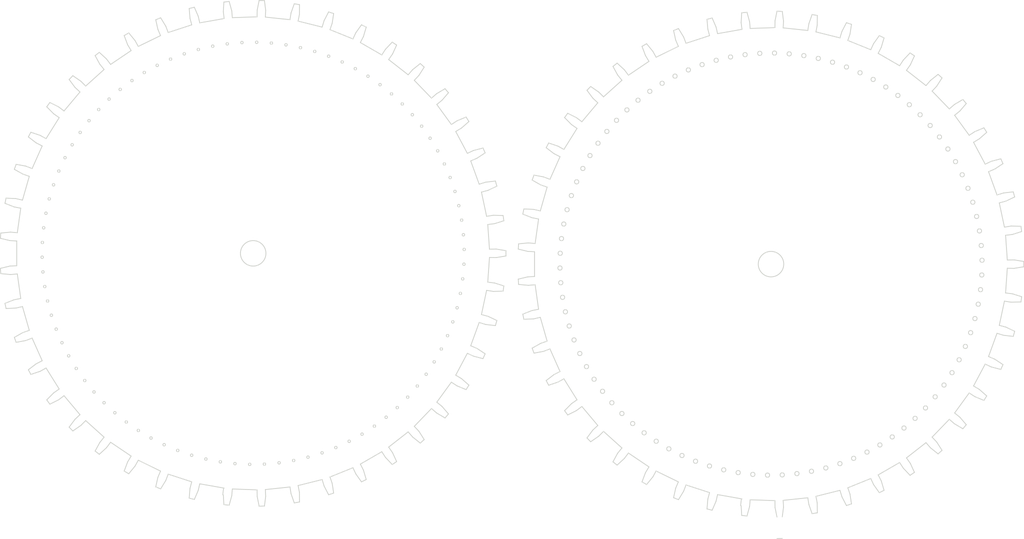
<source format=kicad_pcb>
(kicad_pcb (version 4) (host pcbnew 4.0.7)

  (general
    (links 0)
    (no_connects 0)
    (area 62.815986 71.370349 183.386214 131.016851)
    (thickness 1.6)
    (drawings 722)
    (tracks 0)
    (zones 0)
    (modules 0)
    (nets 1)
  )

  (page A4)
  (layers
    (0 F.Cu signal)
    (31 B.Cu signal)
    (32 B.Adhes user)
    (33 F.Adhes user)
    (34 B.Paste user hide)
    (35 F.Paste user)
    (36 B.SilkS user)
    (37 F.SilkS user)
    (38 B.Mask user)
    (39 F.Mask user)
    (40 Dwgs.User user)
    (41 Cmts.User user)
    (42 Eco1.User user)
    (43 Eco2.User user)
    (44 Edge.Cuts user)
    (45 Margin user)
    (46 B.CrtYd user)
    (47 F.CrtYd user)
    (48 B.Fab user)
    (49 F.Fab user)
  )

  (setup
    (last_trace_width 0.25)
    (trace_clearance 0.2)
    (zone_clearance 0.508)
    (zone_45_only no)
    (trace_min 0.2)
    (segment_width 0.2)
    (edge_width 0.15)
    (via_size 0.6)
    (via_drill 0.4)
    (via_min_size 0.4)
    (via_min_drill 0.3)
    (uvia_size 0.3)
    (uvia_drill 0.1)
    (uvias_allowed no)
    (uvia_min_size 0.2)
    (uvia_min_drill 0.1)
    (pcb_text_width 0.3)
    (pcb_text_size 1.5 1.5)
    (mod_edge_width 0.15)
    (mod_text_size 1 1)
    (mod_text_width 0.15)
    (pad_size 1.524 1.524)
    (pad_drill 0.762)
    (pad_to_mask_clearance 0.2)
    (aux_axis_origin 0 0)
    (grid_origin 62.23 130.81)
    (visible_elements 7FFFFFFF)
    (pcbplotparams
      (layerselection 0x01000_80000001)
      (usegerberextensions true)
      (excludeedgelayer true)
      (linewidth 0.020000)
      (plotframeref false)
      (viasonmask false)
      (mode 1)
      (useauxorigin false)
      (hpglpennumber 1)
      (hpglpenspeed 20)
      (hpglpendiameter 15)
      (hpglpenoverlay 2)
      (psnegative false)
      (psa4output false)
      (plotreference false)
      (plotvalue false)
      (plotinvisibletext false)
      (padsonsilk false)
      (subtractmaskfromsilk false)
      (outputformat 1)
      (mirror false)
      (drillshape 0)
      (scaleselection 1)
      (outputdirectory ""))
  )

  (net 0 "")

  (net_class Default "Dies ist die voreingestellte Netzklasse."
    (clearance 0.2)
    (trace_width 0.25)
    (via_dia 0.6)
    (via_drill 0.4)
    (uvia_dia 0.3)
    (uvia_drill 0.1)
  )

  (gr_circle (center 130.392136 110.1193) (end 130.642136 110.1193) (layer Edge.Cuts) (width 0.1))
  (gr_line (start 162.622115 127.524289) (end 165.32471 126.43237) (layer Edge.Cuts) (width 0.1))
  (gr_circle (center 129.825997 108.479977) (end 130.075997 108.479977) (layer Edge.Cuts) (width 0.1))
  (gr_circle (center 129.375592 106.805155) (end 129.625592 106.805155) (layer Edge.Cuts) (width 0.1))
  (gr_line (start 176.569376 82.289979) (end 176.16842 81.812139) (layer Edge.Cuts) (width 0.1))
  (gr_circle (center 129.043113 105.102995) (end 129.293113 105.102995) (layer Edge.Cuts) (width 0.1))
  (gr_circle (center 128.83018 103.381788) (end 129.08018 103.381788) (layer Edge.Cuts) (width 0.1))
  (gr_circle (center 128.737832 101.649921) (end 128.987832 101.649921) (layer Edge.Cuts) (width 0.1))
  (gr_line (start 143.575938 75.195346) (end 143.289244 74.448482) (layer Edge.Cuts) (width 0.1))
  (gr_circle (center 147.128203 77.198677) (end 147.378203 77.198677) (layer Edge.Cuts) (width 0.1))
  (gr_circle (center 148.817723 76.806997) (end 149.067723 76.806997) (layer Edge.Cuts) (width 0.1))
  (gr_line (start 180.454708 93.98606) (end 181.227449 93.779005) (layer Edge.Cuts) (width 0.1))
  (gr_circle (center 150.53045 76.534125) (end 150.78045 76.534125) (layer Edge.Cuts) (width 0.1))
  (gr_circle (center 152.258039 76.381391) (end 152.508039 76.381391) (layer Edge.Cuts) (width 0.1))
  (gr_line (start 175.176526 119.988326) (end 176.16842 120.575061) (layer Edge.Cuts) (width 0.1))
  (gr_circle (center 153.992074 76.349541) (end 154.242074 76.349541) (layer Edge.Cuts) (width 0.1))
  (gr_circle (center 153.581108 101.193142) (end 155.081108 101.193142) (layer Edge.Cuts) (width 0.1))
  (gr_line (start 128.499709 115.082395) (end 129.199405 114.694546) (layer Edge.Cuts) (width 0.1))
  (gr_circle (center 165.607548 79.450538) (end 165.857548 79.450538) (layer Edge.Cuts) (width 0.1))
  (gr_line (start 127.407501 115.450082) (end 128.499709 115.082395) (layer Edge.Cuts) (width 0.1))
  (gr_line (start 127.114656 114.89932) (end 127.407501 115.450082) (layer Edge.Cuts) (width 0.1))
  (gr_circle (center 129.185843 96.474744) (end 129.435843 96.474744) (layer Edge.Cuts) (width 0.1))
  (gr_line (start 128.030238 114.199447) (end 127.114656 114.89932) (layer Edge.Cuts) (width 0.1))
  (gr_line (start 128.743043 113.836255) (end 128.030238 114.199447) (layer Edge.Cuts) (width 0.1))
  (gr_line (start 126.810606 111.460109) (end 127.55747 111.173414) (layer Edge.Cuts) (width 0.1))
  (gr_line (start 125.677855 111.672212) (end 126.810606 111.460109) (layer Edge.Cuts) (width 0.1))
  (gr_circle (center 132.271001 88.415656) (end 132.521001 88.415656) (layer Edge.Cuts) (width 0.1))
  (gr_line (start 125.464511 111.086054) (end 125.677855 111.672212) (layer Edge.Cuts) (width 0.1))
  (gr_line (start 126.468586 110.520417) (end 125.464511 111.086054) (layer Edge.Cuts) (width 0.1))
  (gr_line (start 127.225001 110.259963) (end 126.468586 110.520417) (layer Edge.Cuts) (width 0.1))
  (gr_line (start 126.421561 107.458036) (end 127.225001 110.259963) (layer Edge.Cuts) (width 0.1))
  (gr_line (start 125.642066 107.637998) (end 126.421561 107.458036) (layer Edge.Cuts) (width 0.1))
  (gr_line (start 124.49082 107.690388) (end 125.642066 107.637998) (layer Edge.Cuts) (width 0.1))
  (gr_circle (center 172.905465 116.812982) (end 173.155465 116.812982) (layer Edge.Cuts) (width 0.1))
  (gr_line (start 124.361129 107.080243) (end 124.49082 107.690388) (layer Edge.Cuts) (width 0.1))
  (gr_line (start 125.434154 106.65985) (end 124.361129 107.080243) (layer Edge.Cuts) (width 0.1))
  (gr_line (start 126.219456 106.507204) (end 125.434154 106.65985) (layer Edge.Cuts) (width 0.1))
  (gr_circle (center 129.574439 94.784511) (end 129.824439 94.784511) (layer Edge.Cuts) (width 0.1))
  (gr_line (start 165.662804 75.229784) (end 165.32471 75.95483) (layer Edge.Cuts) (width 0.1))
  (gr_line (start 125.813788 103.620728) (end 126.219456 106.507204) (layer Edge.Cuts) (width 0.1))
  (gr_line (start 125.016832 103.690453) (end 125.813788 103.620728) (layer Edge.Cuts) (width 0.1))
  (gr_line (start 123.825987 102.959855) (end 123.869499 103.582111) (layer Edge.Cuts) (width 0.1))
  (gr_line (start 124.947076 102.692889) (end 123.825987 102.959855) (layer Edge.Cuts) (width 0.1))
  (gr_line (start 125.74598 102.651021) (end 124.947076 102.692889) (layer Edge.Cuts) (width 0.1))
  (gr_line (start 125.74598 99.736179) (end 125.74598 102.651021) (layer Edge.Cuts) (width 0.1))
  (gr_line (start 124.947076 99.694311) (end 125.74598 99.736179) (layer Edge.Cuts) (width 0.1))
  (gr_line (start 123.825987 99.427345) (end 124.947076 99.694311) (layer Edge.Cuts) (width 0.1))
  (gr_line (start 123.869499 98.805089) (end 123.825987 99.427345) (layer Edge.Cuts) (width 0.1))
  (gr_circle (center 134.84337 117.512107) (end 135.09337 117.512107) (layer Edge.Cuts) (width 0.1))
  (gr_line (start 125.016832 98.696747) (end 123.869499 98.805089) (layer Edge.Cuts) (width 0.1))
  (gr_line (start 125.813788 98.766472) (end 125.016832 98.696747) (layer Edge.Cuts) (width 0.1))
  (gr_line (start 126.219456 95.879996) (end 125.813788 98.766472) (layer Edge.Cuts) (width 0.1))
  (gr_line (start 125.434154 95.72735) (end 126.219456 95.879996) (layer Edge.Cuts) (width 0.1))
  (gr_circle (center 130.079993 93.125504) (end 130.329993 93.125504) (layer Edge.Cuts) (width 0.1))
  (gr_line (start 124.361129 95.306957) (end 125.434154 95.72735) (layer Edge.Cuts) (width 0.1))
  (gr_line (start 124.49082 94.696812) (end 124.361129 95.306957) (layer Edge.Cuts) (width 0.1))
  (gr_circle (center 174.407573 87.641691) (end 174.657573 87.641691) (layer Edge.Cuts) (width 0.1))
  (gr_line (start 126.421561 94.929164) (end 125.642066 94.749202) (layer Edge.Cuts) (width 0.1))
  (gr_line (start 127.225001 92.127237) (end 126.421561 94.929164) (layer Edge.Cuts) (width 0.1))
  (gr_line (start 126.468586 91.866783) (end 127.225001 92.127237) (layer Edge.Cuts) (width 0.1))
  (gr_line (start 125.464511 91.301146) (end 126.468586 91.866783) (layer Edge.Cuts) (width 0.1))
  (gr_line (start 125.677855 90.714988) (end 125.464511 91.301146) (layer Edge.Cuts) (width 0.1))
  (gr_line (start 126.810606 90.927091) (end 125.677855 90.714988) (layer Edge.Cuts) (width 0.1))
  (gr_circle (center 140.76428 79.90686) (end 141.01428 79.90686) (layer Edge.Cuts) (width 0.1))
  (gr_line (start 127.55747 91.213786) (end 126.810606 90.927091) (layer Edge.Cuts) (width 0.1))
  (gr_line (start 173.714533 79.271064) (end 173.250977 78.853676) (layer Edge.Cuts) (width 0.1))
  (gr_line (start 173.250977 78.853676) (end 172.350394 79.572746) (layer Edge.Cuts) (width 0.1))
  (gr_line (start 172.350394 79.572746) (end 171.825547 80.176515) (layer Edge.Cuts) (width 0.1))
  (gr_line (start 178.111753 86.438868) (end 178.976284 85.676832) (layer Edge.Cuts) (width 0.1))
  (gr_circle (center 130.700043 91.505803) (end 130.950043 91.505803) (layer Edge.Cuts) (width 0.1))
  (gr_line (start 166.330298 128.096865) (end 166.890944 127.82342) (layer Edge.Cuts) (width 0.1))
  (gr_circle (center 163.310646 124.056936) (end 163.560646 124.056936) (layer Edge.Cuts) (width 0.1))
  (gr_line (start 178.976284 85.676832) (end 178.645733 85.14784) (layer Edge.Cuts) (width 0.1))
  (gr_line (start 178.645733 85.14784) (end 177.581834 85.59082) (layer Edge.Cuts) (width 0.1))
  (gr_line (start 166.561598 126.719045) (end 166.198405 126.00624) (layer Edge.Cuts) (width 0.1))
  (gr_line (start 177.581834 85.59082) (end 176.910898 86.026531) (layer Edge.Cuts) (width 0.1))
  (gr_line (start 166.198405 126.00624) (end 168.722733 124.548819) (layer Edge.Cuts) (width 0.1))
  (gr_line (start 176.910898 86.026531) (end 175.197597 83.668374) (layer Edge.Cuts) (width 0.1))
  (gr_line (start 168.722733 124.548819) (end 169.158444 125.219756) (layer Edge.Cuts) (width 0.1))
  (gr_line (start 175.197597 83.668374) (end 175.819314 83.164919) (layer Edge.Cuts) (width 0.1))
  (gr_line (start 169.158444 125.219756) (end 169.950187 126.057165) (layer Edge.Cuts) (width 0.1))
  (gr_line (start 175.819314 83.164919) (end 176.569376 82.289979) (layer Edge.Cuts) (width 0.1))
  (gr_line (start 169.950187 126.057165) (end 170.467321 125.708354) (layer Edge.Cuts) (width 0.1))
  (gr_circle (center 131.431567 89.9333) (end 131.681567 89.9333) (layer Edge.Cuts) (width 0.1))
  (gr_line (start 150.097006 128.825948) (end 149.99951 129.619985) (layer Edge.Cuts) (width 0.1))
  (gr_line (start 170.467321 125.708354) (end 169.987481 124.660563) (layer Edge.Cuts) (width 0.1))
  (gr_line (start 176.16842 81.812139) (end 175.176526 82.398874) (layer Edge.Cuts) (width 0.1))
  (gr_line (start 169.52862 124.005242) (end 171.825547 122.210685) (layer Edge.Cuts) (width 0.1))
  (gr_line (start 174.572759 82.923722) (end 172.547939 80.82696) (layer Edge.Cuts) (width 0.1))
  (gr_circle (center 178.33202 99.005412) (end 178.58202 99.005412) (layer Edge.Cuts) (width 0.1))
  (gr_line (start 171.825547 122.210685) (end 172.350394 122.814454) (layer Edge.Cuts) (width 0.1))
  (gr_line (start 172.547939 80.82696) (end 173.093538 80.241877) (layer Edge.Cuts) (width 0.1))
  (gr_line (start 172.350394 122.814454) (end 173.250977 123.533524) (layer Edge.Cuts) (width 0.1))
  (gr_line (start 173.093538 80.241877) (end 173.714533 79.271064) (layer Edge.Cuts) (width 0.1))
  (gr_line (start 173.250977 123.533524) (end 173.714533 123.116136) (layer Edge.Cuts) (width 0.1))
  (gr_line (start 169.52862 78.381958) (end 169.987481 77.726637) (layer Edge.Cuts) (width 0.1))
  (gr_line (start 169.987481 77.726637) (end 170.467321 76.678846) (layer Edge.Cuts) (width 0.1))
  (gr_line (start 176.16842 120.575061) (end 176.569376 120.097221) (layer Edge.Cuts) (width 0.1))
  (gr_line (start 170.467321 76.678846) (end 169.950187 76.330035) (layer Edge.Cuts) (width 0.1))
  (gr_line (start 175.819314 119.222281) (end 175.197597 118.718826) (layer Edge.Cuts) (width 0.1))
  (gr_circle (center 151.438093 125.948472) (end 151.688093 125.948472) (layer Edge.Cuts) (width 0.1))
  (gr_line (start 169.158444 77.167444) (end 168.722733 77.838381) (layer Edge.Cuts) (width 0.1))
  (gr_line (start 175.197597 118.718826) (end 176.910898 116.360669) (layer Edge.Cuts) (width 0.1))
  (gr_line (start 168.722733 77.838381) (end 166.198405 76.38096) (layer Edge.Cuts) (width 0.1))
  (gr_line (start 176.910898 116.360669) (end 177.581834 116.79638) (layer Edge.Cuts) (width 0.1))
  (gr_line (start 166.198405 76.38096) (end 166.561598 75.668155) (layer Edge.Cuts) (width 0.1))
  (gr_circle (center 155.724107 76.438728) (end 155.974107 76.438728) (layer Edge.Cuts) (width 0.1))
  (gr_line (start 177.581834 116.79638) (end 178.645733 117.23936) (layer Edge.Cuts) (width 0.1))
  (gr_circle (center 159.148464 76.977889) (end 159.398464 76.977889) (layer Edge.Cuts) (width 0.1))
  (gr_line (start 166.561598 75.668155) (end 166.890944 74.56378) (layer Edge.Cuts) (width 0.1))
  (gr_line (start 178.645733 117.23936) (end 178.976284 116.710368) (layer Edge.Cuts) (width 0.1))
  (gr_line (start 166.890944 74.56378) (end 166.330298 74.290335) (layer Edge.Cuts) (width 0.1))
  (gr_circle (center 133.214255 86.960265) (end 133.464255 86.960265) (layer Edge.Cuts) (width 0.1))
  (gr_line (start 178.976284 116.710368) (end 178.111753 115.948332) (layer Edge.Cuts) (width 0.1))
  (gr_line (start 166.330298 74.290335) (end 165.662804 75.229784) (layer Edge.Cuts) (width 0.1))
  (gr_line (start 177.426019 115.536302) (end 178.794455 112.962649) (layer Edge.Cuts) (width 0.1))
  (gr_line (start 155.013177 73.383876) (end 155.055046 72.584973) (layer Edge.Cuts) (width 0.1))
  (gr_line (start 181.850889 105.675142) (end 183.002985 105.647098) (layer Edge.Cuts) (width 0.1))
  (gr_line (start 155.055046 72.584973) (end 154.906729 71.442119) (layer Edge.Cuts) (width 0.1))
  (gr_line (start 183.002985 105.647098) (end 183.089798 105.029393) (layer Edge.Cuts) (width 0.1))
  (gr_line (start 151.128627 73.451678) (end 151.058903 72.654722) (layer Edge.Cuts) (width 0.1))
  (gr_circle (center 176.462157 110.881397) (end 176.712157 110.881397) (layer Edge.Cuts) (width 0.1))
  (gr_line (start 154.283333 71.42035) (end 154.055655 72.550073) (layer Edge.Cuts) (width 0.1))
  (gr_line (start 181.990062 104.684874) (end 181.196025 104.58738) (layer Edge.Cuts) (width 0.1))
  (gr_line (start 150.752975 71.543632) (end 150.132616 71.608835) (layer Edge.Cuts) (width 0.1))
  (gr_line (start 154.055655 72.550073) (end 154.041694 73.349951) (layer Edge.Cuts) (width 0.1))
  (gr_line (start 138.39535 126.828332) (end 138.935555 127.14022) (layer Edge.Cuts) (width 0.1))
  (gr_line (start 138.935555 127.14022) (end 139.666956 126.249621) (layer Edge.Cuts) (width 0.1))
  (gr_line (start 139.666956 126.249621) (end 140.054803 125.549925) (layer Edge.Cuts) (width 0.1))
  (gr_line (start 140.054803 125.549925) (end 142.674646 126.827708) (layer Edge.Cuts) (width 0.1))
  (gr_circle (center 146.338095 124.961963) (end 146.588095 124.961963) (layer Edge.Cuts) (width 0.1))
  (gr_line (start 142.674646 126.827708) (end 142.36206 127.564112) (layer Edge.Cuts) (width 0.1))
  (gr_line (start 142.36206 127.564112) (end 142.110554 128.68877) (layer Edge.Cuts) (width 0.1))
  (gr_line (start 142.110554 128.68877) (end 142.688909 128.922441) (layer Edge.Cuts) (width 0.1))
  (gr_line (start 142.688909 128.922441) (end 143.289244 127.938718) (layer Edge.Cuts) (width 0.1))
  (gr_line (start 143.289244 127.938718) (end 143.575938 127.191854) (layer Edge.Cuts) (width 0.1))
  (gr_line (start 143.575938 127.191854) (end 146.348118 128.09259) (layer Edge.Cuts) (width 0.1))
  (gr_circle (center 164.061533 78.664581) (end 164.311533 78.664581) (layer Edge.Cuts) (width 0.1))
  (gr_circle (center 143.851554 78.330264) (end 144.101554 78.330264) (layer Edge.Cuts) (width 0.1))
  (gr_line (start 146.348118 128.09259) (end 146.141062 128.86533) (layer Edge.Cuts) (width 0.1))
  (gr_line (start 146.141062 128.86533) (end 146.048526 130.014046) (layer Edge.Cuts) (width 0.1))
  (gr_line (start 146.048526 130.014046) (end 146.653773 130.164951) (layer Edge.Cuts) (width 0.1))
  (gr_line (start 147.111358 129.107252) (end 147.291318 128.327756) (layer Edge.Cuts) (width 0.1))
  (gr_line (start 147.291318 128.327756) (end 150.161877 128.833913) (layer Edge.Cuts) (width 0.1))
  (gr_line (start 150.064381 129.62795) (end 150.132616 130.778365) (layer Edge.Cuts) (width 0.1))
  (gr_line (start 150.132616 130.778365) (end 150.752975 130.843568) (layer Edge.Cuts) (width 0.1))
  (gr_line (start 150.752975 130.843568) (end 151.058903 129.732478) (layer Edge.Cuts) (width 0.1))
  (gr_line (start 151.058903 129.732478) (end 151.128627 128.935522) (layer Edge.Cuts) (width 0.1))
  (gr_line (start 151.128627 128.935522) (end 154.041694 129.037249) (layer Edge.Cuts) (width 0.1))
  (gr_line (start 154.041694 129.037249) (end 154.055655 129.837127) (layer Edge.Cuts) (width 0.1))
  (gr_circle (center 173.947945 115.426935) (end 174.197945 115.426935) (layer Edge.Cuts) (width 0.1))
  (gr_line (start 154.055655 129.837127) (end 154.283333 130.96685) (layer Edge.Cuts) (width 0.1))
  (gr_circle (center 145.470121 77.707259) (end 145.720121 77.707259) (layer Edge.Cuts) (width 0.1))
  (gr_line (start 132.350058 80.281968) (end 131.916746 80.730675) (layer Edge.Cuts) (width 0.1))
  (gr_line (start 154.283333 133.50685) (end 154.906729 133.485081) (layer Edge.Cuts) (width 0.1))
  (gr_line (start 165.32471 75.95483) (end 162.622115 74.862911) (layer Edge.Cuts) (width 0.1))
  (gr_line (start 179.519501 113.300744) (end 180.634697 113.591347) (layer Edge.Cuts) (width 0.1))
  (gr_line (start 166.890944 127.82342) (end 166.561598 126.719045) (layer Edge.Cuts) (width 0.1))
  (gr_circle (center 177.976357 105.912456) (end 178.226357 105.912456) (layer Edge.Cuts) (width 0.1))
  (gr_line (start 162.882571 74.106496) (end 163.055012 72.967033) (layer Edge.Cuts) (width 0.1))
  (gr_circle (center 136.618596 83.036793) (end 136.868596 83.036793) (layer Edge.Cuts) (width 0.1))
  (gr_line (start 180.888409 113.0215) (end 179.926237 112.387199) (layer Edge.Cuts) (width 0.1))
  (gr_line (start 161.931514 73.797479) (end 161.697617 74.562523) (layer Edge.Cuts) (width 0.1))
  (gr_line (start 180.186768 109.335559) (end 180.951812 109.569457) (layer Edge.Cuts) (width 0.1))
  (gr_line (start 161.697617 74.562523) (end 158.869358 73.857359) (layer Edge.Cuts) (width 0.1))
  (gr_circle (center 135.393361 84.264266) (end 135.643361 84.264266) (layer Edge.Cuts) (width 0.1))
  (gr_line (start 180.951812 109.569457) (end 182.096599 109.702026) (layer Edge.Cuts) (width 0.1))
  (gr_line (start 158.869358 73.857359) (end 159.022006 73.072058) (layer Edge.Cuts) (width 0.1))
  (gr_line (start 182.096599 109.702026) (end 182.268535 109.102414) (layer Edge.Cuts) (width 0.1))
  (gr_line (start 159.022006 73.072058) (end 159.034186 71.919684) (layer Edge.Cuts) (width 0.1))
  (gr_line (start 134.975224 77.918258) (end 135.526985 78.930024) (layer Edge.Cuts) (width 0.1))
  (gr_line (start 171.825547 80.176515) (end 169.52862 78.381958) (layer Edge.Cuts) (width 0.1))
  (gr_line (start 150.132616 71.608835) (end 150.064381 72.75925) (layer Edge.Cuts) (width 0.1))
  (gr_circle (center 134.256735 85.574218) (end 134.506735 85.574218) (layer Edge.Cuts) (width 0.1))
  (gr_line (start 181.196025 104.58738) (end 181.399354 101.679637) (layer Edge.Cuts) (width 0.1))
  (gr_line (start 175.176526 82.398874) (end 174.572759 82.923722) (layer Edge.Cuts) (width 0.1))
  (gr_circle (center 157.4457 76.648518) (end 157.6957 76.648518) (layer Edge.Cuts) (width 0.1))
  (gr_line (start 182.268535 109.102414) (end 181.227449 108.608195) (layer Edge.Cuts) (width 0.1))
  (gr_line (start 151.058903 72.654722) (end 150.752975 71.543632) (layer Edge.Cuts) (width 0.1))
  (gr_circle (center 140.067228 122.044774) (end 140.317228 122.044774) (layer Edge.Cuts) (width 0.1))
  (gr_line (start 161.931514 128.589721) (end 162.461766 129.612924) (layer Edge.Cuts) (width 0.1))
  (gr_circle (center 136.027336 118.779434) (end 136.277336 118.779434) (layer Edge.Cuts) (width 0.1))
  (gr_line (start 131.315407 84.434302) (end 130.676499 83.952849) (layer Edge.Cuts) (width 0.1))
  (gr_line (start 158.419887 71.811367) (end 158.037198 72.898409) (layer Edge.Cuts) (width 0.1))
  (gr_circle (center 177.336203 93.907223) (end 177.586203 93.907223) (layer Edge.Cuts) (width 0.1))
  (gr_line (start 181.060738 105.549994) (end 181.850889 105.675142) (layer Edge.Cuts) (width 0.1))
  (gr_line (start 129.279446 118.44582) (end 129.646093 118.950466) (layer Edge.Cuts) (width 0.1))
  (gr_line (start 173.714533 123.116136) (end 173.093538 122.145323) (layer Edge.Cuts) (width 0.1))
  (gr_line (start 129.199405 114.694546) (end 130.744036 117.166473) (layer Edge.Cuts) (width 0.1))
  (gr_line (start 174.572759 119.463478) (end 175.176526 119.988326) (layer Edge.Cuts) (width 0.1))
  (gr_line (start 130.088714 117.625334) (end 129.279446 118.44582) (layer Edge.Cuts) (width 0.1))
  (gr_line (start 173.093538 122.145323) (end 172.547939 121.56024) (layer Edge.Cuts) (width 0.1))
  (gr_line (start 162.622115 74.862911) (end 162.882571 74.106496) (layer Edge.Cuts) (width 0.1))
  (gr_line (start 165.662804 127.157416) (end 166.330298 128.096865) (layer Edge.Cuts) (width 0.1))
  (gr_line (start 129.646093 118.950466) (end 130.676499 118.434351) (layer Edge.Cuts) (width 0.1))
  (gr_line (start 178.794455 89.424551) (end 177.426019 86.850898) (layer Edge.Cuts) (width 0.1))
  (gr_line (start 159.034186 71.919684) (end 158.419887 71.811367) (layer Edge.Cuts) (width 0.1))
  (gr_line (start 150.064381 72.75925) (end 150.161877 73.553287) (layer Edge.Cuts) (width 0.1))
  (gr_circle (center 169.865378 82.426116) (end 170.115378 82.426116) (layer Edge.Cuts) (width 0.1))
  (gr_line (start 169.950187 76.330035) (end 169.158444 77.167444) (layer Edge.Cuts) (width 0.1))
  (gr_line (start 146.141062 73.52187) (end 146.348118 74.29461) (layer Edge.Cuts) (width 0.1))
  (gr_line (start 181.990062 97.702326) (end 183.089798 97.357807) (layer Edge.Cuts) (width 0.1))
  (gr_line (start 157.912051 73.68856) (end 155.013177 73.383876) (layer Edge.Cuts) (width 0.1))
  (gr_line (start 183.089798 105.029393) (end 181.990062 104.684874) (layer Edge.Cuts) (width 0.1))
  (gr_line (start 169.987481 124.660563) (end 169.52862 124.005242) (layer Edge.Cuts) (width 0.1))
  (gr_circle (center 177.587761 107.602689) (end 177.837761 107.602689) (layer Edge.Cuts) (width 0.1))
  (gr_line (start 178.794455 112.962649) (end 179.519501 113.300744) (layer Edge.Cuts) (width 0.1))
  (gr_circle (center 176.090952 90.672062) (end 176.340952 90.672062) (layer Edge.Cuts) (width 0.1))
  (gr_line (start 180.454708 108.40114) (end 181.060738 105.549994) (layer Edge.Cuts) (width 0.1))
  (gr_circle (center 162.464458 77.988382) (end 162.714458 77.988382) (layer Edge.Cuts) (width 0.1))
  (gr_line (start 133.864292 81.502151) (end 133.298607 80.936465) (layer Edge.Cuts) (width 0.1))
  (gr_line (start 154.041694 73.349951) (end 151.128627 73.451678) (layer Edge.Cuts) (width 0.1))
  (gr_line (start 176.569376 120.097221) (end 175.819314 119.222281) (layer Edge.Cuts) (width 0.1))
  (gr_circle (center 177.082207 109.261696) (end 177.332207 109.261696) (layer Edge.Cuts) (width 0.1))
  (gr_line (start 146.348118 74.29461) (end 143.575938 75.195346) (layer Edge.Cuts) (width 0.1))
  (gr_line (start 181.196025 97.79982) (end 181.990062 97.702326) (layer Edge.Cuts) (width 0.1))
  (gr_line (start 142.688909 73.464759) (end 142.110554 73.69843) (layer Edge.Cuts) (width 0.1))
  (gr_circle (center 128.766518 99.915831) (end 129.016518 99.915831) (layer Edge.Cuts) (width 0.1))
  (gr_line (start 183.336213 100.881712) (end 182.199232 100.6936) (layer Edge.Cuts) (width 0.1))
  (gr_line (start 179.189833 112.074615) (end 180.186768 109.335559) (layer Edge.Cuts) (width 0.1))
  (gr_circle (center 160.824105 77.425237) (end 161.074105 77.425237) (layer Edge.Cuts) (width 0.1))
  (gr_line (start 130.744036 117.166473) (end 130.088714 117.625334) (layer Edge.Cuts) (width 0.1))
  (gr_line (start 172.547939 121.56024) (end 174.572759 119.463478) (layer Edge.Cuts) (width 0.1))
  (gr_line (start 162.461766 72.774276) (end 161.931514 73.797479) (layer Edge.Cuts) (width 0.1))
  (gr_line (start 146.653773 130.164951) (end 147.111358 129.107252) (layer Edge.Cuts) (width 0.1))
  (gr_circle (center 172.31883 84.875093) (end 172.56883 84.875093) (layer Edge.Cuts) (width 0.1))
  (gr_circle (center 170.543604 119.350407) (end 170.793604 119.350407) (layer Edge.Cuts) (width 0.1))
  (gr_line (start 177.426019 86.850898) (end 178.111753 86.438868) (layer Edge.Cuts) (width 0.1))
  (gr_circle (center 175.302174 89.127485) (end 175.552174 89.127485) (layer Edge.Cuts) (width 0.1))
  (gr_circle (center 176.770064 92.2679) (end 177.020064 92.2679) (layer Edge.Cuts) (width 0.1))
  (gr_line (start 129.279446 83.94138) (end 130.088714 84.761866) (layer Edge.Cuts) (width 0.1))
  (gr_line (start 154.906729 71.442119) (end 154.283333 71.42035) (layer Edge.Cuts) (width 0.1))
  (gr_circle (center 177.786608 95.582045) (end 178.036608 95.582045) (layer Edge.Cuts) (width 0.1))
  (gr_line (start 181.399354 100.707563) (end 181.196025 97.79982) (layer Edge.Cuts) (width 0.1))
  (gr_line (start 130.676499 118.434351) (end 131.315407 117.952898) (layer Edge.Cuts) (width 0.1))
  (gr_circle (center 144.697742 124.398818) (end 144.947742 124.398818) (layer Edge.Cuts) (width 0.1))
  (gr_line (start 179.519501 89.086456) (end 178.794455 89.424551) (layer Edge.Cuts) (width 0.1))
  (gr_line (start 179.926237 112.387199) (end 179.189833 112.074615) (layer Edge.Cuts) (width 0.1))
  (gr_circle (center 178.119087 97.284205) (end 178.369087 97.284205) (layer Edge.Cuts) (width 0.1))
  (gr_line (start 127.55747 111.173414) (end 128.743043 113.836255) (layer Edge.Cuts) (width 0.1))
  (gr_circle (center 178.424368 100.737279) (end 178.674368 100.737279) (layer Edge.Cuts) (width 0.1))
  (gr_line (start 123.869499 103.582111) (end 125.016832 103.690453) (layer Edge.Cuts) (width 0.1))
  (gr_circle (center 178.395682 102.471369) (end 178.645682 102.471369) (layer Edge.Cuts) (width 0.1))
  (gr_line (start 132.603948 81.655805) (end 133.189032 82.201403) (layer Edge.Cuts) (width 0.1))
  (gr_line (start 125.642066 94.749202) (end 124.49082 94.696812) (layer Edge.Cuts) (width 0.1))
  (gr_circle (center 178.246103 104.199234) (end 178.496103 104.199234) (layer Edge.Cuts) (width 0.1))
  (gr_line (start 147.291318 74.059444) (end 147.111358 73.279948) (layer Edge.Cuts) (width 0.1))
  (gr_line (start 163.055012 72.967033) (end 162.461766 72.774276) (layer Edge.Cuts) (width 0.1))
  (gr_circle (center 169.235729 120.489423) (end 169.485729 120.489423) (layer Edge.Cuts) (width 0.1))
  (gr_line (start 178.111753 115.948332) (end 177.426019 115.536302) (layer Edge.Cuts) (width 0.1))
  (gr_circle (center 171.134864 83.607766) (end 171.384864 83.607766) (layer Edge.Cuts) (width 0.1))
  (gr_line (start 138.80093 125.749621) (end 138.39535 126.828332) (layer Edge.Cuts) (width 0.1))
  (gr_line (start 133.189032 120.185797) (end 132.603948 120.731395) (layer Edge.Cuts) (width 0.1))
  (gr_line (start 180.888409 89.3657) (end 180.634697 88.795853) (layer Edge.Cuts) (width 0.1))
  (gr_line (start 165.32471 126.43237) (end 165.662804 127.157416) (layer Edge.Cuts) (width 0.1))
  (gr_line (start 158.037198 72.898409) (end 157.912051 73.68856) (layer Edge.Cuts) (width 0.1))
  (gr_circle (center 175.730633 112.4539) (end 175.980633 112.4539) (layer Edge.Cuts) (width 0.1))
  (gr_line (start 181.227449 108.608195) (end 180.454708 108.40114) (layer Edge.Cuts) (width 0.1))
  (gr_circle (center 174.891199 113.971544) (end 175.141199 113.971544) (layer Edge.Cuts) (width 0.1))
  (gr_line (start 142.36206 74.823088) (end 142.674646 75.559492) (layer Edge.Cuts) (width 0.1))
  (gr_line (start 182.199232 101.6936) (end 183.336213 101.505488) (layer Edge.Cuts) (width 0.1))
  (gr_line (start 180.634697 113.591347) (end 180.888409 113.0215) (layer Edge.Cuts) (width 0.1))
  (gr_line (start 128.743043 88.550945) (end 127.55747 91.213786) (layer Edge.Cuts) (width 0.1))
  (gr_line (start 128.030238 88.187753) (end 128.743043 88.550945) (layer Edge.Cuts) (width 0.1))
  (gr_line (start 127.114656 87.48788) (end 128.030238 88.187753) (layer Edge.Cuts) (width 0.1))
  (gr_circle (center 131.860026 113.259715) (end 132.110026 113.259715) (layer Edge.Cuts) (width 0.1))
  (gr_line (start 127.407501 86.937118) (end 127.114656 87.48788) (layer Edge.Cuts) (width 0.1))
  (gr_circle (center 137.926471 81.897777) (end 138.176471 81.897777) (layer Edge.Cuts) (width 0.1))
  (gr_line (start 128.499709 87.304805) (end 127.407501 86.937118) (layer Edge.Cuts) (width 0.1))
  (gr_line (start 129.199405 87.692654) (end 128.499709 87.304805) (layer Edge.Cuts) (width 0.1))
  (gr_line (start 130.744036 85.220727) (end 129.199405 87.692654) (layer Edge.Cuts) (width 0.1))
  (gr_circle (center 167.094972 80.342426) (end 167.344972 80.342426) (layer Edge.Cuts) (width 0.1))
  (gr_line (start 130.088714 84.761866) (end 130.744036 85.220727) (layer Edge.Cuts) (width 0.1))
  (gr_line (start 129.646093 83.436734) (end 129.279446 83.94138) (layer Edge.Cuts) (width 0.1))
  (gr_line (start 130.676499 83.952849) (end 129.646093 83.436734) (layer Edge.Cuts) (width 0.1))
  (gr_line (start 133.189032 82.201403) (end 131.315407 84.434302) (layer Edge.Cuts) (width 0.1))
  (gr_line (start 131.916746 80.730675) (end 132.603948 81.655805) (layer Edge.Cuts) (width 0.1))
  (gr_line (start 133.298607 80.936465) (end 132.350058 80.281968) (layer Edge.Cuts) (width 0.1))
  (gr_circle (center 139.310613 80.852769) (end 139.560613 80.852769) (layer Edge.Cuts) (width 0.1))
  (gr_line (start 136.030442 79.55174) (end 133.864292 81.502151) (layer Edge.Cuts) (width 0.1))
  (gr_line (start 135.526985 78.930024) (end 136.030442 79.55174) (layer Edge.Cuts) (width 0.1))
  (gr_circle (center 171.768839 118.122934) (end 172.018839 118.122934) (layer Edge.Cuts) (width 0.1))
  (gr_line (start 135.466766 77.534223) (end 134.975224 77.918258) (layer Edge.Cuts) (width 0.1))
  (gr_circle (center 168.516557 81.335898) (end 168.766557 81.335898) (layer Edge.Cuts) (width 0.1))
  (gr_line (start 136.314996 78.314363) (end 135.466766 77.534223) (layer Edge.Cuts) (width 0.1))
  (gr_circle (center 158.344477 125.580203) (end 158.594477 125.580203) (layer Edge.Cuts) (width 0.1))
  (gr_line (start 136.796447 78.953272) (end 136.314996 78.314363) (layer Edge.Cuts) (width 0.1))
  (gr_line (start 139.212961 77.323312) (end 136.796447 78.953272) (layer Edge.Cuts) (width 0.1))
  (gr_line (start 138.80093 76.637579) (end 139.212961 77.323312) (layer Edge.Cuts) (width 0.1))
  (gr_line (start 138.39535 75.558868) (end 138.80093 76.637579) (layer Edge.Cuts) (width 0.1))
  (gr_line (start 162.461766 129.612924) (end 163.055012 129.420167) (layer Edge.Cuts) (width 0.1))
  (gr_line (start 138.935555 75.24698) (end 138.39535 75.558868) (layer Edge.Cuts) (width 0.1))
  (gr_line (start 163.055012 129.420167) (end 162.882571 128.280704) (layer Edge.Cuts) (width 0.1))
  (gr_line (start 139.666956 76.137579) (end 138.935555 75.24698) (layer Edge.Cuts) (width 0.1))
  (gr_line (start 162.882571 128.280704) (end 162.622115 127.524289) (layer Edge.Cuts) (width 0.1))
  (gr_line (start 140.054803 76.837275) (end 139.666956 76.137579) (layer Edge.Cuts) (width 0.1))
  (gr_line (start 142.674646 75.559492) (end 140.054803 76.837275) (layer Edge.Cuts) (width 0.1))
  (gr_line (start 181.399354 101.679637) (end 182.199232 101.6936) (layer Edge.Cuts) (width 0.1))
  (gr_line (start 142.110554 73.69843) (end 142.36206 74.823088) (layer Edge.Cuts) (width 0.1))
  (gr_line (start 133.864292 120.885049) (end 136.030442 122.83546) (layer Edge.Cuts) (width 0.1))
  (gr_line (start 136.796447 123.433928) (end 139.212961 125.063888) (layer Edge.Cuts) (width 0.1))
  (gr_line (start 183.336213 101.505488) (end 183.336213 100.881712) (layer Edge.Cuts) (width 0.1))
  (gr_line (start 143.289244 74.448482) (end 142.688909 73.464759) (layer Edge.Cuts) (width 0.1))
  (gr_line (start 182.199232 100.6936) (end 181.399354 100.707563) (layer Edge.Cuts) (width 0.1))
  (gr_line (start 146.048526 72.373154) (end 146.141062 73.52187) (layer Edge.Cuts) (width 0.1))
  (gr_line (start 183.089798 97.357807) (end 183.002985 96.740102) (layer Edge.Cuts) (width 0.1))
  (gr_line (start 146.653773 72.222249) (end 146.048526 72.373154) (layer Edge.Cuts) (width 0.1))
  (gr_line (start 183.002985 96.740102) (end 181.850889 96.712058) (layer Edge.Cuts) (width 0.1))
  (gr_line (start 147.111358 73.279948) (end 146.653773 72.222249) (layer Edge.Cuts) (width 0.1))
  (gr_line (start 181.850889 96.712058) (end 181.060738 96.837206) (layer Edge.Cuts) (width 0.1))
  (gr_line (start 181.060738 96.837206) (end 180.454708 93.98606) (layer Edge.Cuts) (width 0.1))
  (gr_line (start 150.161877 73.553287) (end 147.291318 74.059444) (layer Edge.Cuts) (width 0.1))
  (gr_line (start 136.030442 122.83546) (end 135.526985 123.457176) (layer Edge.Cuts) (width 0.1))
  (gr_line (start 181.227449 93.779005) (end 182.268535 93.284786) (layer Edge.Cuts) (width 0.1))
  (gr_line (start 135.526985 123.457176) (end 134.975224 124.468942) (layer Edge.Cuts) (width 0.1))
  (gr_line (start 182.268535 93.284786) (end 182.096599 92.685174) (layer Edge.Cuts) (width 0.1))
  (gr_line (start 134.975224 124.468942) (end 135.466766 124.852977) (layer Edge.Cuts) (width 0.1))
  (gr_line (start 182.096599 92.685174) (end 180.951812 92.817743) (layer Edge.Cuts) (width 0.1))
  (gr_line (start 135.466766 124.852977) (end 136.314996 124.072837) (layer Edge.Cuts) (width 0.1))
  (gr_line (start 133.298607 121.450735) (end 133.864292 120.885049) (layer Edge.Cuts) (width 0.1))
  (gr_line (start 180.951812 92.817743) (end 180.186768 93.051641) (layer Edge.Cuts) (width 0.1))
  (gr_circle (center 142.280389 79.064657) (end 142.530389 79.064657) (layer Edge.Cuts) (width 0.1))
  (gr_line (start 136.314996 124.072837) (end 136.796447 123.433928) (layer Edge.Cuts) (width 0.1))
  (gr_circle (center 128.916097 98.187966) (end 129.166097 98.187966) (layer Edge.Cuts) (width 0.1))
  (gr_line (start 132.350058 122.105232) (end 133.298607 121.450735) (layer Edge.Cuts) (width 0.1))
  (gr_line (start 180.186768 93.051641) (end 179.189833 90.312585) (layer Edge.Cuts) (width 0.1))
  (gr_line (start 131.916746 121.656525) (end 132.350058 122.105232) (layer Edge.Cuts) (width 0.1))
  (gr_line (start 179.189833 90.312585) (end 179.926237 90.000001) (layer Edge.Cuts) (width 0.1))
  (gr_circle (center 154.904161 126.005809) (end 155.154161 126.005809) (layer Edge.Cuts) (width 0.1))
  (gr_line (start 139.212961 125.063888) (end 138.80093 125.749621) (layer Edge.Cuts) (width 0.1))
  (gr_line (start 132.603948 120.731395) (end 131.916746 121.656525) (layer Edge.Cuts) (width 0.1))
  (gr_line (start 179.926237 90.000001) (end 180.888409 89.3657) (layer Edge.Cuts) (width 0.1))
  (gr_circle (center 173.411507 86.221922) (end 173.661507 86.221922) (layer Edge.Cuts) (width 0.1))
  (gr_line (start 155.013177 129.003324) (end 157.912051 128.69864) (layer Edge.Cuts) (width 0.1))
  (gr_line (start 157.912051 128.69864) (end 158.037198 129.488791) (layer Edge.Cuts) (width 0.1))
  (gr_line (start 158.037198 129.488791) (end 158.419887 130.575833) (layer Edge.Cuts) (width 0.1))
  (gr_line (start 158.419887 130.575833) (end 159.034186 130.467516) (layer Edge.Cuts) (width 0.1))
  (gr_line (start 159.034186 130.467516) (end 159.022006 129.315142) (layer Edge.Cuts) (width 0.1))
  (gr_line (start 159.022006 129.315142) (end 158.869358 128.529841) (layer Edge.Cuts) (width 0.1))
  (gr_line (start 158.869358 128.529841) (end 161.697617 127.824677) (layer Edge.Cuts) (width 0.1))
  (gr_line (start 161.697617 127.824677) (end 161.931514 128.589721) (layer Edge.Cuts) (width 0.1))
  (gr_line (start 131.315407 117.952898) (end 133.189032 120.185797) (layer Edge.Cuts) (width 0.1))
  (gr_line (start 180.634697 88.795853) (end 179.519501 89.086456) (layer Edge.Cuts) (width 0.1))
  (gr_line (start 155.055046 129.802227) (end 155.013177 129.003324) (layer Edge.Cuts) (width 0.1))
  (gr_circle (center 131.071248 111.715138) (end 131.321248 111.715138) (layer Edge.Cuts) (width 0.1))
  (gr_line (start 154.906729 130.945081) (end 155.055046 129.802227) (layer Edge.Cuts) (width 0.1))
  (gr_circle (center 132.754627 114.745509) (end 133.004627 114.745509) (layer Edge.Cuts) (width 0.1))
  (gr_circle (center 133.750693 116.165278) (end 134.000693 116.165278) (layer Edge.Cuts) (width 0.1))
  (gr_circle (center 137.296822 119.961084) (end 137.546822 119.961084) (layer Edge.Cuts) (width 0.1))
  (gr_circle (center 138.645643 121.051302) (end 138.895643 121.051302) (layer Edge.Cuts) (width 0.1))
  (gr_circle (center 141.554652 122.936662) (end 141.804652 122.936662) (layer Edge.Cuts) (width 0.1))
  (gr_circle (center 143.100667 123.722619) (end 143.350667 123.722619) (layer Edge.Cuts) (width 0.1))
  (gr_circle (center 148.013736 125.409311) (end 148.263736 125.409311) (layer Edge.Cuts) (width 0.1))
  (gr_circle (center 149.7165 125.738682) (end 149.9665 125.738682) (layer Edge.Cuts) (width 0.1))
  (gr_circle (center 153.170126 126.037659) (end 153.420126 126.037659) (layer Edge.Cuts) (width 0.1))
  (gr_circle (center 156.63175 125.853075) (end 156.88175 125.853075) (layer Edge.Cuts) (width 0.1))
  (gr_circle (center 160.033997 125.188523) (end 160.283997 125.188523) (layer Edge.Cuts) (width 0.1))
  (gr_circle (center 161.692079 124.679941) (end 161.942079 124.679941) (layer Edge.Cuts) (width 0.1))
  (gr_circle (center 164.881811 123.322543) (end 165.131811 123.322543) (layer Edge.Cuts) (width 0.1))
  (gr_circle (center 166.39792 122.48034) (end 166.64792 122.48034) (layer Edge.Cuts) (width 0.1))
  (gr_circle (center 167.851587 121.534431) (end 168.101587 121.534431) (layer Edge.Cuts) (width 0.1))
  (gr_circle (center 69.432136 108.8493) (end 69.582136 108.8493) (layer Edge.Cuts) (width 0.1))
  (gr_line (start 101.662115 126.254289) (end 104.36471 125.16237) (layer Edge.Cuts) (width 0.1))
  (gr_circle (center 68.865997 107.209977) (end 69.015997 107.209977) (layer Edge.Cuts) (width 0.1))
  (gr_circle (center 68.415592 105.535155) (end 68.565592 105.535155) (layer Edge.Cuts) (width 0.1))
  (gr_line (start 115.609376 81.019979) (end 115.20842 80.542139) (layer Edge.Cuts) (width 0.1))
  (gr_circle (center 68.083113 103.832995) (end 68.233113 103.832995) (layer Edge.Cuts) (width 0.1))
  (gr_circle (center 67.87018 102.111788) (end 68.02018 102.111788) (layer Edge.Cuts) (width 0.1))
  (gr_circle (center 67.777832 100.379921) (end 67.927832 100.379921) (layer Edge.Cuts) (width 0.1))
  (gr_line (start 82.615938 73.925346) (end 82.329244 73.178482) (layer Edge.Cuts) (width 0.1))
  (gr_circle (center 86.168203 75.928677) (end 86.318203 75.928677) (layer Edge.Cuts) (width 0.1))
  (gr_circle (center 87.857723 75.536997) (end 88.007723 75.536997) (layer Edge.Cuts) (width 0.1))
  (gr_line (start 119.494708 92.71606) (end 120.267449 92.509005) (layer Edge.Cuts) (width 0.1))
  (gr_circle (center 89.57045 75.264125) (end 89.72045 75.264125) (layer Edge.Cuts) (width 0.1))
  (gr_circle (center 91.298039 75.111391) (end 91.448039 75.111391) (layer Edge.Cuts) (width 0.1))
  (gr_line (start 114.216526 118.718326) (end 115.20842 119.305061) (layer Edge.Cuts) (width 0.1))
  (gr_circle (center 93.032074 75.079541) (end 93.182074 75.079541) (layer Edge.Cuts) (width 0.1))
  (gr_circle (center 92.6211 99.9236) (end 94.1211 99.9236) (layer Edge.Cuts) (width 0.1))
  (gr_line (start 67.539709 113.812395) (end 68.239405 113.424546) (layer Edge.Cuts) (width 0.1))
  (gr_circle (center 104.647548 78.180538) (end 104.797548 78.180538) (layer Edge.Cuts) (width 0.1))
  (gr_line (start 66.447501 114.180082) (end 67.539709 113.812395) (layer Edge.Cuts) (width 0.1))
  (gr_line (start 66.154656 113.62932) (end 66.447501 114.180082) (layer Edge.Cuts) (width 0.1))
  (gr_circle (center 68.225843 95.204744) (end 68.375843 95.204744) (layer Edge.Cuts) (width 0.1))
  (gr_line (start 67.070238 112.929447) (end 66.154656 113.62932) (layer Edge.Cuts) (width 0.1))
  (gr_line (start 67.783043 112.566255) (end 67.070238 112.929447) (layer Edge.Cuts) (width 0.1))
  (gr_line (start 65.850606 110.190109) (end 66.59747 109.903414) (layer Edge.Cuts) (width 0.1))
  (gr_line (start 64.717855 110.402212) (end 65.850606 110.190109) (layer Edge.Cuts) (width 0.1))
  (gr_circle (center 71.311001 87.145656) (end 71.461001 87.145656) (layer Edge.Cuts) (width 0.1))
  (gr_line (start 64.504511 109.816054) (end 64.717855 110.402212) (layer Edge.Cuts) (width 0.1))
  (gr_line (start 65.508586 109.250417) (end 64.504511 109.816054) (layer Edge.Cuts) (width 0.1))
  (gr_line (start 66.265001 108.989963) (end 65.508586 109.250417) (layer Edge.Cuts) (width 0.1))
  (gr_line (start 65.461561 106.188036) (end 66.265001 108.989963) (layer Edge.Cuts) (width 0.1))
  (gr_line (start 64.682066 106.367998) (end 65.461561 106.188036) (layer Edge.Cuts) (width 0.1))
  (gr_line (start 63.53082 106.420388) (end 64.682066 106.367998) (layer Edge.Cuts) (width 0.1))
  (gr_circle (center 111.945465 115.542982) (end 112.095465 115.542982) (layer Edge.Cuts) (width 0.1))
  (gr_line (start 63.401129 105.810243) (end 63.53082 106.420388) (layer Edge.Cuts) (width 0.1))
  (gr_line (start 64.474154 105.38985) (end 63.401129 105.810243) (layer Edge.Cuts) (width 0.1))
  (gr_line (start 65.259456 105.237204) (end 64.474154 105.38985) (layer Edge.Cuts) (width 0.1))
  (gr_circle (center 68.614439 93.514511) (end 68.764439 93.514511) (layer Edge.Cuts) (width 0.1))
  (gr_line (start 104.702804 73.959784) (end 104.36471 74.68483) (layer Edge.Cuts) (width 0.1))
  (gr_line (start 64.853788 102.350728) (end 65.259456 105.237204) (layer Edge.Cuts) (width 0.1))
  (gr_line (start 64.056832 102.420453) (end 64.853788 102.350728) (layer Edge.Cuts) (width 0.1))
  (gr_line (start 62.865987 101.689855) (end 62.909499 102.312111) (layer Edge.Cuts) (width 0.1))
  (gr_line (start 63.987076 101.422889) (end 62.865987 101.689855) (layer Edge.Cuts) (width 0.1))
  (gr_line (start 64.78598 101.381021) (end 63.987076 101.422889) (layer Edge.Cuts) (width 0.1))
  (gr_line (start 64.78598 98.466179) (end 64.78598 101.381021) (layer Edge.Cuts) (width 0.1))
  (gr_line (start 63.987076 98.424311) (end 64.78598 98.466179) (layer Edge.Cuts) (width 0.1))
  (gr_line (start 62.865987 98.157345) (end 63.987076 98.424311) (layer Edge.Cuts) (width 0.1))
  (gr_line (start 62.909499 97.535089) (end 62.865987 98.157345) (layer Edge.Cuts) (width 0.1))
  (gr_circle (center 73.88337 116.242107) (end 74.03337 116.242107) (layer Edge.Cuts) (width 0.1))
  (gr_line (start 64.056832 97.426747) (end 62.909499 97.535089) (layer Edge.Cuts) (width 0.1))
  (gr_line (start 64.853788 97.496472) (end 64.056832 97.426747) (layer Edge.Cuts) (width 0.1))
  (gr_line (start 65.259456 94.609996) (end 64.853788 97.496472) (layer Edge.Cuts) (width 0.1))
  (gr_line (start 64.474154 94.45735) (end 65.259456 94.609996) (layer Edge.Cuts) (width 0.1))
  (gr_circle (center 69.119993 91.855504) (end 69.269993 91.855504) (layer Edge.Cuts) (width 0.1))
  (gr_line (start 63.401129 94.036957) (end 64.474154 94.45735) (layer Edge.Cuts) (width 0.1))
  (gr_line (start 63.53082 93.426812) (end 63.401129 94.036957) (layer Edge.Cuts) (width 0.1))
  (gr_circle (center 113.447573 86.371691) (end 113.597573 86.371691) (layer Edge.Cuts) (width 0.1))
  (gr_line (start 65.461561 93.659164) (end 64.682066 93.479202) (layer Edge.Cuts) (width 0.1))
  (gr_line (start 66.265001 90.857237) (end 65.461561 93.659164) (layer Edge.Cuts) (width 0.1))
  (gr_line (start 65.508586 90.596783) (end 66.265001 90.857237) (layer Edge.Cuts) (width 0.1))
  (gr_line (start 64.504511 90.031146) (end 65.508586 90.596783) (layer Edge.Cuts) (width 0.1))
  (gr_line (start 64.717855 89.444988) (end 64.504511 90.031146) (layer Edge.Cuts) (width 0.1))
  (gr_line (start 65.850606 89.657091) (end 64.717855 89.444988) (layer Edge.Cuts) (width 0.1))
  (gr_circle (center 79.80428 78.63686) (end 79.95428 78.63686) (layer Edge.Cuts) (width 0.1))
  (gr_line (start 66.59747 89.943786) (end 65.850606 89.657091) (layer Edge.Cuts) (width 0.1))
  (gr_line (start 112.754533 78.001064) (end 112.290977 77.583676) (layer Edge.Cuts) (width 0.1))
  (gr_line (start 112.290977 77.583676) (end 111.390394 78.302746) (layer Edge.Cuts) (width 0.1))
  (gr_line (start 111.390394 78.302746) (end 110.865547 78.906515) (layer Edge.Cuts) (width 0.1))
  (gr_line (start 117.151753 85.168868) (end 118.016284 84.406832) (layer Edge.Cuts) (width 0.1))
  (gr_circle (center 69.740043 90.235803) (end 69.890043 90.235803) (layer Edge.Cuts) (width 0.1))
  (gr_line (start 105.370298 126.826865) (end 105.930944 126.55342) (layer Edge.Cuts) (width 0.1))
  (gr_circle (center 102.350646 122.786936) (end 102.500646 122.786936) (layer Edge.Cuts) (width 0.1))
  (gr_line (start 118.016284 84.406832) (end 117.685733 83.87784) (layer Edge.Cuts) (width 0.1))
  (gr_line (start 117.685733 83.87784) (end 116.621834 84.32082) (layer Edge.Cuts) (width 0.1))
  (gr_line (start 105.601598 125.449045) (end 105.238405 124.73624) (layer Edge.Cuts) (width 0.1))
  (gr_line (start 116.621834 84.32082) (end 115.950898 84.756531) (layer Edge.Cuts) (width 0.1))
  (gr_line (start 105.238405 124.73624) (end 107.762733 123.278819) (layer Edge.Cuts) (width 0.1))
  (gr_line (start 115.950898 84.756531) (end 114.237597 82.398374) (layer Edge.Cuts) (width 0.1))
  (gr_line (start 107.762733 123.278819) (end 108.198444 123.949756) (layer Edge.Cuts) (width 0.1))
  (gr_line (start 114.237597 82.398374) (end 114.859314 81.894919) (layer Edge.Cuts) (width 0.1))
  (gr_line (start 108.198444 123.949756) (end 108.990187 124.787165) (layer Edge.Cuts) (width 0.1))
  (gr_line (start 114.859314 81.894919) (end 115.609376 81.019979) (layer Edge.Cuts) (width 0.1))
  (gr_line (start 108.990187 124.787165) (end 109.507321 124.438354) (layer Edge.Cuts) (width 0.1))
  (gr_circle (center 70.471567 88.6633) (end 70.621567 88.6633) (layer Edge.Cuts) (width 0.1))
  (gr_line (start 89.137006 127.555948) (end 89.03951 128.349985) (layer Edge.Cuts) (width 0.1))
  (gr_line (start 109.507321 124.438354) (end 109.027481 123.390563) (layer Edge.Cuts) (width 0.1))
  (gr_line (start 115.20842 80.542139) (end 114.216526 81.128874) (layer Edge.Cuts) (width 0.1))
  (gr_line (start 108.56862 122.735242) (end 110.865547 120.940685) (layer Edge.Cuts) (width 0.1))
  (gr_line (start 113.612759 81.653722) (end 111.587939 79.55696) (layer Edge.Cuts) (width 0.1))
  (gr_circle (center 117.37202 97.735412) (end 117.52202 97.735412) (layer Edge.Cuts) (width 0.1))
  (gr_line (start 110.865547 120.940685) (end 111.390394 121.544454) (layer Edge.Cuts) (width 0.1))
  (gr_line (start 111.587939 79.55696) (end 112.133538 78.971877) (layer Edge.Cuts) (width 0.1))
  (gr_line (start 111.390394 121.544454) (end 112.290977 122.263524) (layer Edge.Cuts) (width 0.1))
  (gr_line (start 112.133538 78.971877) (end 112.754533 78.001064) (layer Edge.Cuts) (width 0.1))
  (gr_line (start 112.290977 122.263524) (end 112.754533 121.846136) (layer Edge.Cuts) (width 0.1))
  (gr_line (start 108.56862 77.111958) (end 109.027481 76.456637) (layer Edge.Cuts) (width 0.1))
  (gr_line (start 109.027481 76.456637) (end 109.507321 75.408846) (layer Edge.Cuts) (width 0.1))
  (gr_line (start 115.20842 119.305061) (end 115.609376 118.827221) (layer Edge.Cuts) (width 0.1))
  (gr_line (start 109.507321 75.408846) (end 108.990187 75.060035) (layer Edge.Cuts) (width 0.1))
  (gr_line (start 114.859314 117.952281) (end 114.237597 117.448826) (layer Edge.Cuts) (width 0.1))
  (gr_circle (center 90.478093 124.678472) (end 90.628093 124.678472) (layer Edge.Cuts) (width 0.1))
  (gr_line (start 108.198444 75.897444) (end 107.762733 76.568381) (layer Edge.Cuts) (width 0.1))
  (gr_line (start 114.237597 117.448826) (end 115.950898 115.090669) (layer Edge.Cuts) (width 0.1))
  (gr_line (start 107.762733 76.568381) (end 105.238405 75.11096) (layer Edge.Cuts) (width 0.1))
  (gr_line (start 115.950898 115.090669) (end 116.621834 115.52638) (layer Edge.Cuts) (width 0.1))
  (gr_line (start 105.238405 75.11096) (end 105.601598 74.398155) (layer Edge.Cuts) (width 0.1))
  (gr_circle (center 94.764107 75.168728) (end 94.914107 75.168728) (layer Edge.Cuts) (width 0.1))
  (gr_line (start 116.621834 115.52638) (end 117.685733 115.96936) (layer Edge.Cuts) (width 0.1))
  (gr_circle (center 98.188464 75.707889) (end 98.338464 75.707889) (layer Edge.Cuts) (width 0.1))
  (gr_line (start 105.601598 74.398155) (end 105.930944 73.29378) (layer Edge.Cuts) (width 0.1))
  (gr_line (start 117.685733 115.96936) (end 118.016284 115.440368) (layer Edge.Cuts) (width 0.1))
  (gr_line (start 105.930944 73.29378) (end 105.370298 73.020335) (layer Edge.Cuts) (width 0.1))
  (gr_circle (center 72.254255 85.690265) (end 72.404255 85.690265) (layer Edge.Cuts) (width 0.1))
  (gr_line (start 118.016284 115.440368) (end 117.151753 114.678332) (layer Edge.Cuts) (width 0.1))
  (gr_line (start 105.370298 73.020335) (end 104.702804 73.959784) (layer Edge.Cuts) (width 0.1))
  (gr_line (start 116.466019 114.266302) (end 117.834455 111.692649) (layer Edge.Cuts) (width 0.1))
  (gr_line (start 94.053177 72.113876) (end 94.095046 71.314973) (layer Edge.Cuts) (width 0.1))
  (gr_line (start 120.890889 104.405142) (end 122.042985 104.377098) (layer Edge.Cuts) (width 0.1))
  (gr_line (start 94.095046 71.314973) (end 93.946729 70.172119) (layer Edge.Cuts) (width 0.1))
  (gr_line (start 122.042985 104.377098) (end 122.129798 103.759393) (layer Edge.Cuts) (width 0.1))
  (gr_line (start 90.168627 72.181678) (end 90.098903 71.384722) (layer Edge.Cuts) (width 0.1))
  (gr_circle (center 115.502157 109.611397) (end 115.652157 109.611397) (layer Edge.Cuts) (width 0.1))
  (gr_line (start 93.323333 70.15035) (end 93.095655 71.280073) (layer Edge.Cuts) (width 0.1))
  (gr_line (start 121.030062 103.414874) (end 120.236025 103.31738) (layer Edge.Cuts) (width 0.1))
  (gr_line (start 89.792975 70.273632) (end 89.172616 70.338835) (layer Edge.Cuts) (width 0.1))
  (gr_line (start 93.095655 71.280073) (end 93.081694 72.079951) (layer Edge.Cuts) (width 0.1))
  (gr_line (start 77.43535 125.558332) (end 77.975555 125.87022) (layer Edge.Cuts) (width 0.1))
  (gr_line (start 77.975555 125.87022) (end 78.706956 124.979621) (layer Edge.Cuts) (width 0.1))
  (gr_line (start 78.706956 124.979621) (end 79.094803 124.279925) (layer Edge.Cuts) (width 0.1))
  (gr_line (start 79.094803 124.279925) (end 81.714646 125.557708) (layer Edge.Cuts) (width 0.1))
  (gr_circle (center 85.378095 123.691963) (end 85.528095 123.691963) (layer Edge.Cuts) (width 0.1))
  (gr_line (start 81.714646 125.557708) (end 81.40206 126.294112) (layer Edge.Cuts) (width 0.1))
  (gr_line (start 81.40206 126.294112) (end 81.150554 127.41877) (layer Edge.Cuts) (width 0.1))
  (gr_line (start 81.150554 127.41877) (end 81.728909 127.652441) (layer Edge.Cuts) (width 0.1))
  (gr_line (start 81.728909 127.652441) (end 82.329244 126.668718) (layer Edge.Cuts) (width 0.1))
  (gr_line (start 82.329244 126.668718) (end 82.615938 125.921854) (layer Edge.Cuts) (width 0.1))
  (gr_line (start 82.615938 125.921854) (end 85.388118 126.82259) (layer Edge.Cuts) (width 0.1))
  (gr_circle (center 103.101533 77.394581) (end 103.251533 77.394581) (layer Edge.Cuts) (width 0.1))
  (gr_circle (center 82.891554 77.060264) (end 83.041554 77.060264) (layer Edge.Cuts) (width 0.1))
  (gr_line (start 85.388118 126.82259) (end 85.181062 127.59533) (layer Edge.Cuts) (width 0.1))
  (gr_line (start 85.181062 127.59533) (end 85.088526 128.744046) (layer Edge.Cuts) (width 0.1))
  (gr_line (start 85.088526 128.744046) (end 85.693773 128.894951) (layer Edge.Cuts) (width 0.1))
  (gr_line (start 86.151358 127.837252) (end 86.331318 127.057756) (layer Edge.Cuts) (width 0.1))
  (gr_line (start 86.331318 127.057756) (end 89.201877 127.563913) (layer Edge.Cuts) (width 0.1))
  (gr_line (start 89.104381 128.35795) (end 89.172616 129.508365) (layer Edge.Cuts) (width 0.1))
  (gr_line (start 89.172616 129.508365) (end 89.792975 129.573568) (layer Edge.Cuts) (width 0.1))
  (gr_line (start 89.792975 129.573568) (end 90.098903 128.462478) (layer Edge.Cuts) (width 0.1))
  (gr_line (start 90.098903 128.462478) (end 90.168627 127.665522) (layer Edge.Cuts) (width 0.1))
  (gr_line (start 90.168627 127.665522) (end 93.081694 127.767249) (layer Edge.Cuts) (width 0.1))
  (gr_line (start 93.081694 127.767249) (end 93.095655 128.567127) (layer Edge.Cuts) (width 0.1))
  (gr_circle (center 112.987945 114.156935) (end 113.137945 114.156935) (layer Edge.Cuts) (width 0.1))
  (gr_line (start 93.095655 128.567127) (end 93.323333 129.69685) (layer Edge.Cuts) (width 0.1))
  (gr_circle (center 84.510121 76.437259) (end 84.660121 76.437259) (layer Edge.Cuts) (width 0.1))
  (gr_line (start 71.390058 79.011968) (end 70.956746 79.460675) (layer Edge.Cuts) (width 0.1))
  (gr_line (start 93.323333 129.69685) (end 93.946729 129.675081) (layer Edge.Cuts) (width 0.1))
  (gr_line (start 104.36471 74.68483) (end 101.662115 73.592911) (layer Edge.Cuts) (width 0.1))
  (gr_line (start 118.559501 112.030744) (end 119.674697 112.321347) (layer Edge.Cuts) (width 0.1))
  (gr_line (start 105.930944 126.55342) (end 105.601598 125.449045) (layer Edge.Cuts) (width 0.1))
  (gr_circle (center 117.016357 104.642456) (end 117.166357 104.642456) (layer Edge.Cuts) (width 0.1))
  (gr_line (start 101.922571 72.836496) (end 102.095012 71.697033) (layer Edge.Cuts) (width 0.1))
  (gr_circle (center 75.658596 81.766793) (end 75.808596 81.766793) (layer Edge.Cuts) (width 0.1))
  (gr_line (start 119.928409 111.7515) (end 118.966237 111.117199) (layer Edge.Cuts) (width 0.1))
  (gr_line (start 100.971514 72.527479) (end 100.737617 73.292523) (layer Edge.Cuts) (width 0.1))
  (gr_line (start 119.226768 108.065559) (end 119.991812 108.299457) (layer Edge.Cuts) (width 0.1))
  (gr_line (start 100.737617 73.292523) (end 97.909358 72.587359) (layer Edge.Cuts) (width 0.1))
  (gr_circle (center 74.433361 82.994266) (end 74.583361 82.994266) (layer Edge.Cuts) (width 0.1))
  (gr_line (start 119.991812 108.299457) (end 121.136599 108.432026) (layer Edge.Cuts) (width 0.1))
  (gr_line (start 97.909358 72.587359) (end 98.062006 71.802058) (layer Edge.Cuts) (width 0.1))
  (gr_line (start 121.136599 108.432026) (end 121.308535 107.832414) (layer Edge.Cuts) (width 0.1))
  (gr_line (start 98.062006 71.802058) (end 98.074186 70.649684) (layer Edge.Cuts) (width 0.1))
  (gr_line (start 74.015224 76.648258) (end 74.566985 77.660024) (layer Edge.Cuts) (width 0.1))
  (gr_line (start 110.865547 78.906515) (end 108.56862 77.111958) (layer Edge.Cuts) (width 0.1))
  (gr_line (start 89.172616 70.338835) (end 89.104381 71.48925) (layer Edge.Cuts) (width 0.1))
  (gr_circle (center 73.296735 84.304218) (end 73.446735 84.304218) (layer Edge.Cuts) (width 0.1))
  (gr_line (start 120.236025 103.31738) (end 120.439354 100.409637) (layer Edge.Cuts) (width 0.1))
  (gr_line (start 114.216526 81.128874) (end 113.612759 81.653722) (layer Edge.Cuts) (width 0.1))
  (gr_circle (center 96.4857 75.378518) (end 96.6357 75.378518) (layer Edge.Cuts) (width 0.1))
  (gr_line (start 121.308535 107.832414) (end 120.267449 107.338195) (layer Edge.Cuts) (width 0.1))
  (gr_line (start 90.098903 71.384722) (end 89.792975 70.273632) (layer Edge.Cuts) (width 0.1))
  (gr_circle (center 79.107228 120.774774) (end 79.257228 120.774774) (layer Edge.Cuts) (width 0.1))
  (gr_line (start 100.971514 127.319721) (end 101.501766 128.342924) (layer Edge.Cuts) (width 0.1))
  (gr_circle (center 75.067336 117.509434) (end 75.217336 117.509434) (layer Edge.Cuts) (width 0.1))
  (gr_line (start 70.355407 83.164302) (end 69.716499 82.682849) (layer Edge.Cuts) (width 0.1))
  (gr_line (start 97.459887 70.541367) (end 97.077198 71.628409) (layer Edge.Cuts) (width 0.1))
  (gr_circle (center 116.376203 92.637223) (end 116.526203 92.637223) (layer Edge.Cuts) (width 0.1))
  (gr_line (start 120.100738 104.279994) (end 120.890889 104.405142) (layer Edge.Cuts) (width 0.1))
  (gr_line (start 68.319446 117.17582) (end 68.686093 117.680466) (layer Edge.Cuts) (width 0.1))
  (gr_line (start 112.754533 121.846136) (end 112.133538 120.875323) (layer Edge.Cuts) (width 0.1))
  (gr_line (start 68.239405 113.424546) (end 69.784036 115.896473) (layer Edge.Cuts) (width 0.1))
  (gr_line (start 113.612759 118.193478) (end 114.216526 118.718326) (layer Edge.Cuts) (width 0.1))
  (gr_line (start 69.128714 116.355334) (end 68.319446 117.17582) (layer Edge.Cuts) (width 0.1))
  (gr_line (start 112.133538 120.875323) (end 111.587939 120.29024) (layer Edge.Cuts) (width 0.1))
  (gr_line (start 101.662115 73.592911) (end 101.922571 72.836496) (layer Edge.Cuts) (width 0.1))
  (gr_line (start 104.702804 125.887416) (end 105.370298 126.826865) (layer Edge.Cuts) (width 0.1))
  (gr_line (start 68.686093 117.680466) (end 69.716499 117.164351) (layer Edge.Cuts) (width 0.1))
  (gr_line (start 117.834455 88.154551) (end 116.466019 85.580898) (layer Edge.Cuts) (width 0.1))
  (gr_line (start 98.074186 70.649684) (end 97.459887 70.541367) (layer Edge.Cuts) (width 0.1))
  (gr_line (start 89.104381 71.48925) (end 89.201877 72.283287) (layer Edge.Cuts) (width 0.1))
  (gr_circle (center 108.905378 81.156116) (end 109.055378 81.156116) (layer Edge.Cuts) (width 0.1))
  (gr_line (start 108.990187 75.060035) (end 108.198444 75.897444) (layer Edge.Cuts) (width 0.1))
  (gr_line (start 85.181062 72.25187) (end 85.388118 73.02461) (layer Edge.Cuts) (width 0.1))
  (gr_line (start 121.030062 96.432326) (end 122.129798 96.087807) (layer Edge.Cuts) (width 0.1))
  (gr_line (start 96.952051 72.41856) (end 94.053177 72.113876) (layer Edge.Cuts) (width 0.1))
  (gr_line (start 122.129798 103.759393) (end 121.030062 103.414874) (layer Edge.Cuts) (width 0.1))
  (gr_line (start 109.027481 123.390563) (end 108.56862 122.735242) (layer Edge.Cuts) (width 0.1))
  (gr_circle (center 116.627761 106.332689) (end 116.777761 106.332689) (layer Edge.Cuts) (width 0.1))
  (gr_line (start 117.834455 111.692649) (end 118.559501 112.030744) (layer Edge.Cuts) (width 0.1))
  (gr_circle (center 115.130952 89.402062) (end 115.280952 89.402062) (layer Edge.Cuts) (width 0.1))
  (gr_line (start 119.494708 107.13114) (end 120.100738 104.279994) (layer Edge.Cuts) (width 0.1))
  (gr_circle (center 101.504458 76.718382) (end 101.654458 76.718382) (layer Edge.Cuts) (width 0.1))
  (gr_line (start 72.904292 80.232151) (end 72.338607 79.666465) (layer Edge.Cuts) (width 0.1))
  (gr_line (start 93.081694 72.079951) (end 90.168627 72.181678) (layer Edge.Cuts) (width 0.1))
  (gr_line (start 115.609376 118.827221) (end 114.859314 117.952281) (layer Edge.Cuts) (width 0.1))
  (gr_circle (center 116.122207 107.991696) (end 116.272207 107.991696) (layer Edge.Cuts) (width 0.1))
  (gr_line (start 85.388118 73.02461) (end 82.615938 73.925346) (layer Edge.Cuts) (width 0.1))
  (gr_line (start 120.236025 96.52982) (end 121.030062 96.432326) (layer Edge.Cuts) (width 0.1))
  (gr_line (start 81.728909 72.194759) (end 81.150554 72.42843) (layer Edge.Cuts) (width 0.1))
  (gr_circle (center 67.806518 98.645831) (end 67.956518 98.645831) (layer Edge.Cuts) (width 0.1))
  (gr_line (start 122.376213 99.611712) (end 121.239232 99.4236) (layer Edge.Cuts) (width 0.1))
  (gr_line (start 118.229833 110.804615) (end 119.226768 108.065559) (layer Edge.Cuts) (width 0.1))
  (gr_circle (center 99.864105 76.155237) (end 100.014105 76.155237) (layer Edge.Cuts) (width 0.1))
  (gr_line (start 69.784036 115.896473) (end 69.128714 116.355334) (layer Edge.Cuts) (width 0.1))
  (gr_line (start 111.587939 120.29024) (end 113.612759 118.193478) (layer Edge.Cuts) (width 0.1))
  (gr_line (start 101.501766 71.504276) (end 100.971514 72.527479) (layer Edge.Cuts) (width 0.1))
  (gr_line (start 85.693773 128.894951) (end 86.151358 127.837252) (layer Edge.Cuts) (width 0.1))
  (gr_circle (center 111.35883 83.605093) (end 111.50883 83.605093) (layer Edge.Cuts) (width 0.1))
  (gr_circle (center 109.583604 118.080407) (end 109.733604 118.080407) (layer Edge.Cuts) (width 0.1))
  (gr_line (start 116.466019 85.580898) (end 117.151753 85.168868) (layer Edge.Cuts) (width 0.1))
  (gr_circle (center 114.342174 87.857485) (end 114.492174 87.857485) (layer Edge.Cuts) (width 0.1))
  (gr_circle (center 115.810064 90.9979) (end 115.960064 90.9979) (layer Edge.Cuts) (width 0.1))
  (gr_line (start 68.319446 82.67138) (end 69.128714 83.491866) (layer Edge.Cuts) (width 0.1))
  (gr_line (start 93.946729 70.172119) (end 93.323333 70.15035) (layer Edge.Cuts) (width 0.1))
  (gr_circle (center 116.826608 94.312045) (end 116.976608 94.312045) (layer Edge.Cuts) (width 0.1))
  (gr_line (start 120.439354 99.437563) (end 120.236025 96.52982) (layer Edge.Cuts) (width 0.1))
  (gr_line (start 69.716499 117.164351) (end 70.355407 116.682898) (layer Edge.Cuts) (width 0.1))
  (gr_circle (center 83.737742 123.128818) (end 83.887742 123.128818) (layer Edge.Cuts) (width 0.1))
  (gr_line (start 118.559501 87.816456) (end 117.834455 88.154551) (layer Edge.Cuts) (width 0.1))
  (gr_line (start 118.966237 111.117199) (end 118.229833 110.804615) (layer Edge.Cuts) (width 0.1))
  (gr_circle (center 117.159087 96.014205) (end 117.309087 96.014205) (layer Edge.Cuts) (width 0.1))
  (gr_line (start 66.59747 109.903414) (end 67.783043 112.566255) (layer Edge.Cuts) (width 0.1))
  (gr_circle (center 117.464368 99.467279) (end 117.614368 99.467279) (layer Edge.Cuts) (width 0.1))
  (gr_line (start 62.909499 102.312111) (end 64.056832 102.420453) (layer Edge.Cuts) (width 0.1))
  (gr_circle (center 117.435682 101.201369) (end 117.585682 101.201369) (layer Edge.Cuts) (width 0.1))
  (gr_line (start 71.643948 80.385805) (end 72.229032 80.931403) (layer Edge.Cuts) (width 0.1))
  (gr_line (start 64.682066 93.479202) (end 63.53082 93.426812) (layer Edge.Cuts) (width 0.1))
  (gr_circle (center 117.286103 102.929234) (end 117.436103 102.929234) (layer Edge.Cuts) (width 0.1))
  (gr_line (start 86.331318 72.789444) (end 86.151358 72.009948) (layer Edge.Cuts) (width 0.1))
  (gr_line (start 102.095012 71.697033) (end 101.501766 71.504276) (layer Edge.Cuts) (width 0.1))
  (gr_circle (center 108.275729 119.219423) (end 108.425729 119.219423) (layer Edge.Cuts) (width 0.1))
  (gr_line (start 117.151753 114.678332) (end 116.466019 114.266302) (layer Edge.Cuts) (width 0.1))
  (gr_circle (center 110.174864 82.337766) (end 110.324864 82.337766) (layer Edge.Cuts) (width 0.1))
  (gr_line (start 77.84093 124.479621) (end 77.43535 125.558332) (layer Edge.Cuts) (width 0.1))
  (gr_line (start 72.229032 118.915797) (end 71.643948 119.461395) (layer Edge.Cuts) (width 0.1))
  (gr_line (start 119.928409 88.0957) (end 119.674697 87.525853) (layer Edge.Cuts) (width 0.1))
  (gr_line (start 104.36471 125.16237) (end 104.702804 125.887416) (layer Edge.Cuts) (width 0.1))
  (gr_line (start 97.077198 71.628409) (end 96.952051 72.41856) (layer Edge.Cuts) (width 0.1))
  (gr_circle (center 114.770633 111.1839) (end 114.920633 111.1839) (layer Edge.Cuts) (width 0.1))
  (gr_line (start 120.267449 107.338195) (end 119.494708 107.13114) (layer Edge.Cuts) (width 0.1))
  (gr_circle (center 113.931199 112.701544) (end 114.081199 112.701544) (layer Edge.Cuts) (width 0.1))
  (gr_line (start 81.40206 73.553088) (end 81.714646 74.289492) (layer Edge.Cuts) (width 0.1))
  (gr_line (start 121.239232 100.4236) (end 122.376213 100.235488) (layer Edge.Cuts) (width 0.1))
  (gr_line (start 119.674697 112.321347) (end 119.928409 111.7515) (layer Edge.Cuts) (width 0.1))
  (gr_line (start 67.783043 87.280945) (end 66.59747 89.943786) (layer Edge.Cuts) (width 0.1))
  (gr_line (start 67.070238 86.917753) (end 67.783043 87.280945) (layer Edge.Cuts) (width 0.1))
  (gr_line (start 66.154656 86.21788) (end 67.070238 86.917753) (layer Edge.Cuts) (width 0.1))
  (gr_circle (center 70.900026 111.989715) (end 71.050026 111.989715) (layer Edge.Cuts) (width 0.1))
  (gr_line (start 66.447501 85.667118) (end 66.154656 86.21788) (layer Edge.Cuts) (width 0.1))
  (gr_circle (center 76.966471 80.627777) (end 77.116471 80.627777) (layer Edge.Cuts) (width 0.1))
  (gr_line (start 67.539709 86.034805) (end 66.447501 85.667118) (layer Edge.Cuts) (width 0.1))
  (gr_line (start 68.239405 86.422654) (end 67.539709 86.034805) (layer Edge.Cuts) (width 0.1))
  (gr_line (start 69.784036 83.950727) (end 68.239405 86.422654) (layer Edge.Cuts) (width 0.1))
  (gr_circle (center 106.134972 79.072426) (end 106.284972 79.072426) (layer Edge.Cuts) (width 0.1))
  (gr_line (start 69.128714 83.491866) (end 69.784036 83.950727) (layer Edge.Cuts) (width 0.1))
  (gr_line (start 68.686093 82.166734) (end 68.319446 82.67138) (layer Edge.Cuts) (width 0.1))
  (gr_line (start 69.716499 82.682849) (end 68.686093 82.166734) (layer Edge.Cuts) (width 0.1))
  (gr_line (start 72.229032 80.931403) (end 70.355407 83.164302) (layer Edge.Cuts) (width 0.1))
  (gr_line (start 70.956746 79.460675) (end 71.643948 80.385805) (layer Edge.Cuts) (width 0.1))
  (gr_line (start 72.338607 79.666465) (end 71.390058 79.011968) (layer Edge.Cuts) (width 0.1))
  (gr_circle (center 78.350613 79.582769) (end 78.500613 79.582769) (layer Edge.Cuts) (width 0.1))
  (gr_line (start 75.070442 78.28174) (end 72.904292 80.232151) (layer Edge.Cuts) (width 0.1))
  (gr_line (start 74.566985 77.660024) (end 75.070442 78.28174) (layer Edge.Cuts) (width 0.1))
  (gr_circle (center 110.808839 116.852934) (end 110.958839 116.852934) (layer Edge.Cuts) (width 0.1))
  (gr_line (start 74.506766 76.264223) (end 74.015224 76.648258) (layer Edge.Cuts) (width 0.1))
  (gr_circle (center 107.556557 80.065898) (end 107.706557 80.065898) (layer Edge.Cuts) (width 0.1))
  (gr_line (start 75.354996 77.044363) (end 74.506766 76.264223) (layer Edge.Cuts) (width 0.1))
  (gr_circle (center 97.384477 124.310203) (end 97.534477 124.310203) (layer Edge.Cuts) (width 0.1))
  (gr_line (start 75.836447 77.683272) (end 75.354996 77.044363) (layer Edge.Cuts) (width 0.1))
  (gr_line (start 78.252961 76.053312) (end 75.836447 77.683272) (layer Edge.Cuts) (width 0.1))
  (gr_line (start 77.84093 75.367579) (end 78.252961 76.053312) (layer Edge.Cuts) (width 0.1))
  (gr_line (start 77.43535 74.288868) (end 77.84093 75.367579) (layer Edge.Cuts) (width 0.1))
  (gr_line (start 101.501766 128.342924) (end 102.095012 128.150167) (layer Edge.Cuts) (width 0.1))
  (gr_line (start 77.975555 73.97698) (end 77.43535 74.288868) (layer Edge.Cuts) (width 0.1))
  (gr_line (start 102.095012 128.150167) (end 101.922571 127.010704) (layer Edge.Cuts) (width 0.1))
  (gr_line (start 78.706956 74.867579) (end 77.975555 73.97698) (layer Edge.Cuts) (width 0.1))
  (gr_line (start 101.922571 127.010704) (end 101.662115 126.254289) (layer Edge.Cuts) (width 0.1))
  (gr_line (start 79.094803 75.567275) (end 78.706956 74.867579) (layer Edge.Cuts) (width 0.1))
  (gr_line (start 81.714646 74.289492) (end 79.094803 75.567275) (layer Edge.Cuts) (width 0.1))
  (gr_line (start 120.439354 100.409637) (end 121.239232 100.4236) (layer Edge.Cuts) (width 0.1))
  (gr_line (start 81.150554 72.42843) (end 81.40206 73.553088) (layer Edge.Cuts) (width 0.1))
  (gr_line (start 72.904292 119.615049) (end 75.070442 121.56546) (layer Edge.Cuts) (width 0.1))
  (gr_line (start 75.836447 122.163928) (end 78.252961 123.793888) (layer Edge.Cuts) (width 0.1))
  (gr_line (start 122.376213 100.235488) (end 122.376213 99.611712) (layer Edge.Cuts) (width 0.1))
  (gr_line (start 82.329244 73.178482) (end 81.728909 72.194759) (layer Edge.Cuts) (width 0.1))
  (gr_line (start 121.239232 99.4236) (end 120.439354 99.437563) (layer Edge.Cuts) (width 0.1))
  (gr_line (start 85.088526 71.103154) (end 85.181062 72.25187) (layer Edge.Cuts) (width 0.1))
  (gr_line (start 122.129798 96.087807) (end 122.042985 95.470102) (layer Edge.Cuts) (width 0.1))
  (gr_line (start 85.693773 70.952249) (end 85.088526 71.103154) (layer Edge.Cuts) (width 0.1))
  (gr_line (start 122.042985 95.470102) (end 120.890889 95.442058) (layer Edge.Cuts) (width 0.1))
  (gr_line (start 86.151358 72.009948) (end 85.693773 70.952249) (layer Edge.Cuts) (width 0.1))
  (gr_line (start 120.890889 95.442058) (end 120.100738 95.567206) (layer Edge.Cuts) (width 0.1))
  (gr_line (start 120.100738 95.567206) (end 119.494708 92.71606) (layer Edge.Cuts) (width 0.1))
  (gr_line (start 89.201877 72.283287) (end 86.331318 72.789444) (layer Edge.Cuts) (width 0.1))
  (gr_line (start 75.070442 121.56546) (end 74.566985 122.187176) (layer Edge.Cuts) (width 0.1))
  (gr_line (start 120.267449 92.509005) (end 121.308535 92.014786) (layer Edge.Cuts) (width 0.1))
  (gr_line (start 74.566985 122.187176) (end 74.015224 123.198942) (layer Edge.Cuts) (width 0.1))
  (gr_line (start 121.308535 92.014786) (end 121.136599 91.415174) (layer Edge.Cuts) (width 0.1))
  (gr_line (start 74.015224 123.198942) (end 74.506766 123.582977) (layer Edge.Cuts) (width 0.1))
  (gr_line (start 121.136599 91.415174) (end 119.991812 91.547743) (layer Edge.Cuts) (width 0.1))
  (gr_line (start 74.506766 123.582977) (end 75.354996 122.802837) (layer Edge.Cuts) (width 0.1))
  (gr_line (start 72.338607 120.180735) (end 72.904292 119.615049) (layer Edge.Cuts) (width 0.1))
  (gr_line (start 119.991812 91.547743) (end 119.226768 91.781641) (layer Edge.Cuts) (width 0.1))
  (gr_circle (center 81.320389 77.794657) (end 81.470389 77.794657) (layer Edge.Cuts) (width 0.1))
  (gr_line (start 75.354996 122.802837) (end 75.836447 122.163928) (layer Edge.Cuts) (width 0.1))
  (gr_circle (center 67.956097 96.917966) (end 68.106097 96.917966) (layer Edge.Cuts) (width 0.1))
  (gr_line (start 71.390058 120.835232) (end 72.338607 120.180735) (layer Edge.Cuts) (width 0.1))
  (gr_line (start 119.226768 91.781641) (end 118.229833 89.042585) (layer Edge.Cuts) (width 0.1))
  (gr_line (start 70.956746 120.386525) (end 71.390058 120.835232) (layer Edge.Cuts) (width 0.1))
  (gr_line (start 118.229833 89.042585) (end 118.966237 88.730001) (layer Edge.Cuts) (width 0.1))
  (gr_circle (center 93.944161 124.735809) (end 94.094161 124.735809) (layer Edge.Cuts) (width 0.1))
  (gr_line (start 78.252961 123.793888) (end 77.84093 124.479621) (layer Edge.Cuts) (width 0.1))
  (gr_line (start 71.643948 119.461395) (end 70.956746 120.386525) (layer Edge.Cuts) (width 0.1))
  (gr_line (start 118.966237 88.730001) (end 119.928409 88.0957) (layer Edge.Cuts) (width 0.1))
  (gr_circle (center 112.451507 84.951922) (end 112.601507 84.951922) (layer Edge.Cuts) (width 0.1))
  (gr_line (start 94.053177 127.733324) (end 96.952051 127.42864) (layer Edge.Cuts) (width 0.1))
  (gr_line (start 96.952051 127.42864) (end 97.077198 128.218791) (layer Edge.Cuts) (width 0.1))
  (gr_line (start 97.077198 128.218791) (end 97.459887 129.305833) (layer Edge.Cuts) (width 0.1))
  (gr_line (start 97.459887 129.305833) (end 98.074186 129.197516) (layer Edge.Cuts) (width 0.1))
  (gr_line (start 98.074186 129.197516) (end 98.062006 128.045142) (layer Edge.Cuts) (width 0.1))
  (gr_line (start 98.062006 128.045142) (end 97.909358 127.259841) (layer Edge.Cuts) (width 0.1))
  (gr_line (start 97.909358 127.259841) (end 100.737617 126.554677) (layer Edge.Cuts) (width 0.1))
  (gr_line (start 100.737617 126.554677) (end 100.971514 127.319721) (layer Edge.Cuts) (width 0.1))
  (gr_line (start 70.355407 116.682898) (end 72.229032 118.915797) (layer Edge.Cuts) (width 0.1))
  (gr_line (start 119.674697 87.525853) (end 118.559501 87.816456) (layer Edge.Cuts) (width 0.1))
  (gr_line (start 94.095046 128.532227) (end 94.053177 127.733324) (layer Edge.Cuts) (width 0.1))
  (gr_circle (center 70.111248 110.445138) (end 70.261248 110.445138) (layer Edge.Cuts) (width 0.1))
  (gr_line (start 93.946729 129.675081) (end 94.095046 128.532227) (layer Edge.Cuts) (width 0.1))
  (gr_circle (center 71.794627 113.475509) (end 71.944627 113.475509) (layer Edge.Cuts) (width 0.1))
  (gr_circle (center 72.790693 114.895278) (end 72.940693 114.895278) (layer Edge.Cuts) (width 0.1))
  (gr_circle (center 76.336822 118.691084) (end 76.486822 118.691084) (layer Edge.Cuts) (width 0.1))
  (gr_circle (center 77.685643 119.781302) (end 77.835643 119.781302) (layer Edge.Cuts) (width 0.1))
  (gr_circle (center 80.594652 121.666662) (end 80.744652 121.666662) (layer Edge.Cuts) (width 0.1))
  (gr_circle (center 82.140667 122.452619) (end 82.290667 122.452619) (layer Edge.Cuts) (width 0.1))
  (gr_circle (center 87.053736 124.139311) (end 87.203736 124.139311) (layer Edge.Cuts) (width 0.1))
  (gr_circle (center 88.7565 124.468682) (end 88.9065 124.468682) (layer Edge.Cuts) (width 0.1))
  (gr_circle (center 92.210126 124.767659) (end 92.360126 124.767659) (layer Edge.Cuts) (width 0.1))
  (gr_circle (center 95.67175 124.583075) (end 95.82175 124.583075) (layer Edge.Cuts) (width 0.1))
  (gr_circle (center 99.073997 123.918523) (end 99.223997 123.918523) (layer Edge.Cuts) (width 0.1))
  (gr_circle (center 100.732079 123.409941) (end 100.882079 123.409941) (layer Edge.Cuts) (width 0.1))
  (gr_circle (center 103.921811 122.052543) (end 104.071811 122.052543) (layer Edge.Cuts) (width 0.1))
  (gr_circle (center 105.43792 121.21034) (end 105.58792 121.21034) (layer Edge.Cuts) (width 0.1))
  (gr_circle (center 106.891587 120.264431) (end 107.041587 120.264431) (layer Edge.Cuts) (width 0.1))

)

</source>
